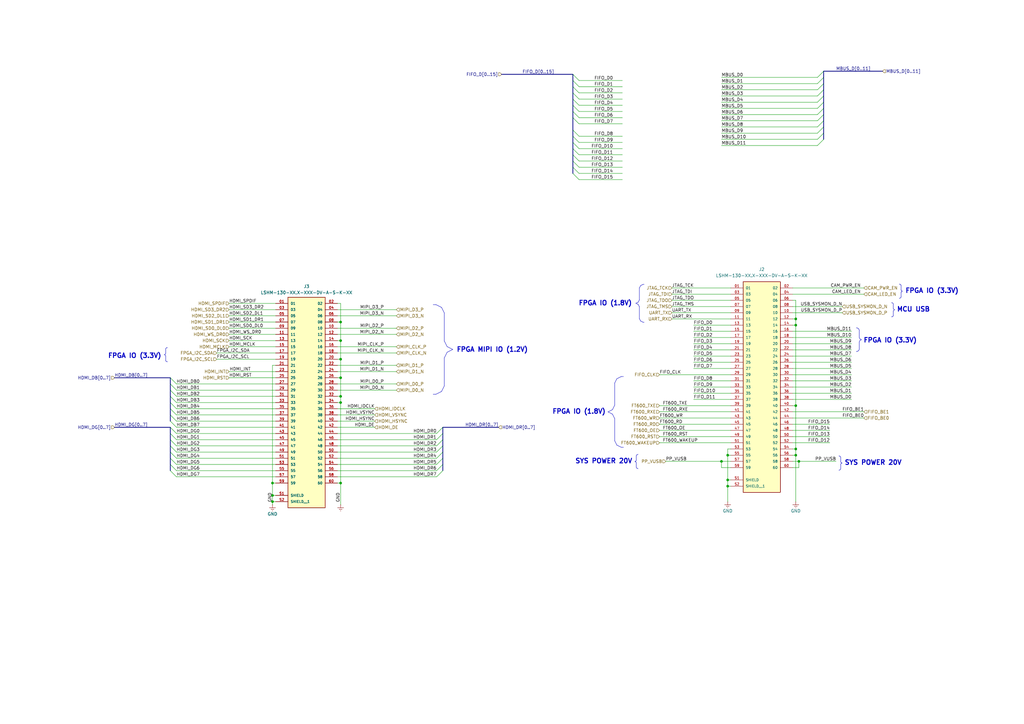
<source format=kicad_sch>
(kicad_sch (version 20231120) (generator "eeschema") (generator_version "8.0")
  (paper "A3")
  (title_block (title "Board to Board Connectors") (date "2024-10-14") (rev "2.0") (company "Drexel University") (comment 1 "Designed by John Hofmeyr"))
  (lib_symbols
    (symbol "IO_Module:LSHM-130-XX.X-XXX-DV-A-S-K-XX" (pin_names (offset 1.016))
      (property "Reference" "J" (at -7.62 43.942 0))
      (property "Value" "LSHM-130-XX.X-XXX-DV-A-S-K-XX" (at -7.62 -45.72 0))
      (symbol "LSHM-130-XX.X-XXX-DV-A-S-K-XX_0_0"
        (rectangle (start -7.62 -43.18) (end 7.62 43.18) (stroke (width 0.254)) (fill (type background)))
        (pin passive line (at -12.7 40.64 0) (length 5.08) (name "01") (number "01"))
        (pin passive line (at 12.7 40.64 180) (length 5.08) (name "02") (number "02"))
        (pin passive line (at -12.7 38.1 0) (length 5.08) (name "03") (number "03"))
        (pin passive line (at 12.7 38.1 180) (length 5.08) (name "04") (number "04"))
        (pin passive line (at -12.7 35.56 0) (length 5.08) (name "05") (number "05"))
        (pin passive line (at 12.7 35.56 180) (length 5.08) (name "06") (number "06"))
        (pin passive line (at -12.7 33.02 0) (length 5.08) (name "07") (number "07"))
        (pin passive line (at 12.7 33.02 180) (length 5.08) (name "08") (number "08"))
        (pin passive line (at -12.7 30.48 0) (length 5.08) (name "09") (number "09"))
        (pin passive line (at 12.7 30.48 180) (length 5.08) (name "10") (number "10"))
        (pin passive line (at -12.7 27.94 0) (length 5.08) (name "11") (number "11"))
        (pin passive line (at 12.7 27.94 180) (length 5.08) (name "12") (number "12"))
        (pin passive line (at -12.7 25.4 0) (length 5.08) (name "13") (number "13"))
        (pin passive line (at 12.7 25.4 180) (length 5.08) (name "14") (number "14"))
        (pin passive line (at -12.7 22.86 0) (length 5.08) (name "15") (number "15"))
        (pin passive line (at 12.7 22.86 180) (length 5.08) (name "16") (number "16"))
        (pin passive line (at -12.7 20.32 0) (length 5.08) (name "17") (number "17"))
        (pin passive line (at 12.7 20.32 180) (length 5.08) (name "18") (number "18"))
        (pin passive line (at -12.7 17.78 0) (length 5.08) (name "19") (number "19"))
        (pin passive line (at 12.7 17.78 180) (length 5.08) (name "20") (number "20"))
        (pin passive line (at -12.7 15.24 0) (length 5.08) (name "21") (number "21"))
        (pin passive line (at 12.7 15.24 180) (length 5.08) (name "22") (number "22"))
        (pin passive line (at -12.7 12.7 0) (length 5.08) (name "23") (number "23"))
        (pin passive line (at 12.7 12.7 180) (length 5.08) (name "24") (number "24"))
        (pin passive line (at -12.7 10.16 0) (length 5.08) (name "25") (number "25"))
        (pin passive line (at 12.7 10.16 180) (length 5.08) (name "26") (number "26"))
        (pin passive line (at -12.7 7.62 0) (length 5.08) (name "27") (number "27"))
        (pin passive line (at 12.7 7.62 180) (length 5.08) (name "28") (number "28"))
        (pin passive line (at -12.7 5.08 0) (length 5.08) (name "29") (number "29"))
        (pin passive line (at 12.7 5.08 180) (length 5.08) (name "30") (number "30"))
        (pin passive line (at -12.7 2.54 0) (length 5.08) (name "31") (number "31"))
        (pin passive line (at 12.7 2.54 180) (length 5.08) (name "32") (number "32"))
        (pin passive line (at -12.7 0 0) (length 5.08) (name "33") (number "33"))
        (pin passive line (at 12.7 0 180) (length 5.08) (name "34") (number "34"))
        (pin passive line (at -12.7 -2.54 0) (length 5.08) (name "35") (number "35"))
        (pin passive line (at 12.7 -2.54 180) (length 5.08) (name "36") (number "36"))
        (pin passive line (at -12.7 -5.08 0) (length 5.08) (name "37") (number "37"))
        (pin passive line (at 12.7 -5.08 180) (length 5.08) (name "38") (number "38"))
        (pin passive line (at -12.7 -7.62 0) (length 5.08) (name "39") (number "39"))
        (pin passive line (at 12.7 -7.62 180) (length 5.08) (name "40") (number "40"))
        (pin passive line (at -12.7 -10.16 0) (length 5.08) (name "41") (number "41"))
        (pin passive line (at 12.7 -10.16 180) (length 5.08) (name "42") (number "42"))
        (pin passive line (at -12.7 -12.7 0) (length 5.08) (name "43") (number "43"))
        (pin passive line (at 12.7 -12.7 180) (length 5.08) (name "44") (number "44"))
        (pin passive line (at -12.7 -15.24 0) (length 5.08) (name "45") (number "45"))
        (pin passive line (at 12.7 -15.24 180) (length 5.08) (name "46") (number "46"))
        (pin passive line (at -12.7 -17.78 0) (length 5.08) (name "47") (number "47"))
        (pin passive line (at 12.7 -17.78 180) (length 5.08) (name "48") (number "48"))
        (pin passive line (at -12.7 -20.32 0) (length 5.08) (name "49") (number "49"))
        (pin passive line (at 12.7 -20.32 180) (length 5.08) (name "50") (number "50"))
        (pin passive line (at -12.7 -22.86 0) (length 5.08) (name "51") (number "51"))
        (pin passive line (at 12.7 -22.86 180) (length 5.08) (name "52") (number "52"))
        (pin passive line (at -12.7 -25.4 0) (length 5.08) (name "53") (number "53"))
        (pin passive line (at 12.7 -25.4 180) (length 5.08) (name "54") (number "54"))
        (pin passive line (at -12.7 -27.94 0) (length 5.08) (name "55") (number "55"))
        (pin passive line (at 12.7 -27.94 180) (length 5.08) (name "56") (number "56"))
        (pin passive line (at -12.7 -30.48 0) (length 5.08) (name "57") (number "57"))
        (pin passive line (at 12.7 -30.48 180) (length 5.08) (name "58") (number "58"))
        (pin passive line (at -12.7 -33.02 0) (length 5.08) (name "59") (number "59"))
        (pin passive line (at 12.7 -33.02 180) (length 5.08) (name "60") (number "60"))
        (pin passive line (at -12.7 -38.1 0) (length 5.08) (name "SHIELD") (number "S1"))
        (pin passive line (at -12.7 -40.64 0) (length 5.08) (name "SHIELD__1") (number "S2"))
      )
    )
    (symbol "power:GND" (power) (pin_numbers hide) (pin_names (offset 0) hide)
      (property "Value" "GND" (at 0 -3.81 0))
      (symbol "GND_0_1"
        (polyline (pts (xy -0.635 -1.905) (xy 0.635 -1.905)))
        (polyline (pts (xy -0.127 -2.54) (xy 0.127 -2.54)))
        (polyline (pts (xy 0 -1.27) (xy 0 0)))
        (polyline (pts (xy 1.27 -1.27) (xy -1.27 -1.27)))
      )
      (symbol "GND_1_1"
        (pin power_in line (at 0 0 270) (length 0) (name "~") (number "1"))
      )
    )
  )
  (junction (at 139.7 154.94))
  (junction (at 139.7 147.32))
  (junction (at 298.45 199.39))
  (junction (at 326.39 130.81))
  (junction (at 139.7 132.08))
  (junction (at 326.39 133.35))
  (junction (at 327.66 189.23))
  (junction (at 139.7 165.1))
  (junction (at 111.76 205.74))
  (junction (at 139.7 162.56))
  (junction (at 326.39 186.69))
  (junction (at 139.7 198.12))
  (junction (at 326.39 166.37))
  (junction (at 298.45 196.85))
  (junction (at 295.91 189.23))
  (junction (at 111.76 198.12))
  (junction (at 326.39 184.15))
  (junction (at 139.7 139.7))
  (junction (at 111.76 203.2))
  (junction (at 298.45 186.69))
  (bus_entry (at 181.61 185.42) (size -2.54 2.54))
  (bus_entry (at 69.85 172.72) (size 2.54 2.54))
  (bus_entry (at 237.49 48.26) (size -2.54 -2.54))
  (bus_entry (at 237.49 68.58) (size -2.54 -2.54))
  (bus_entry (at 335.28 41.91) (size 2.54 -2.54))
  (bus_entry (at 237.49 60.96) (size -2.54 -2.54))
  (bus_entry (at 181.61 193.04) (size -2.54 2.54))
  (bus_entry (at 69.85 162.56) (size 2.54 2.54))
  (bus_entry (at 237.49 50.8) (size -2.54 -2.54))
  (bus_entry (at 335.28 44.45) (size 2.54 -2.54))
  (bus_entry (at 181.61 187.96) (size -2.54 2.54))
  (bus_entry (at 69.85 157.48) (size 2.54 2.54))
  (bus_entry (at 69.85 182.88) (size 2.54 2.54))
  (bus_entry (at 69.85 175.26) (size 2.54 2.54))
  (bus_entry (at 335.28 59.69) (size 2.54 -2.54))
  (bus_entry (at 181.61 175.26) (size -2.54 2.54))
  (bus_entry (at 237.49 45.72) (size -2.54 -2.54))
  (bus_entry (at 335.28 46.99) (size 2.54 -2.54))
  (bus_entry (at 335.28 39.37) (size 2.54 -2.54))
  (bus_entry (at 69.85 177.8) (size 2.54 2.54))
  (bus_entry (at 69.85 154.94) (size 2.54 2.54))
  (bus_entry (at 335.28 52.07) (size 2.54 -2.54))
  (bus_entry (at 69.85 180.34) (size 2.54 2.54))
  (bus_entry (at 237.49 43.18) (size -2.54 -2.54))
  (bus_entry (at 237.49 71.12) (size -2.54 -2.54))
  (bus_entry (at 69.85 170.18) (size 2.54 2.54))
  (bus_entry (at 69.85 165.1) (size 2.54 2.54))
  (bus_entry (at 69.85 190.5) (size 2.54 2.54))
  (bus_entry (at 237.49 73.66) (size -2.54 -2.54))
  (bus_entry (at 69.85 160.02) (size 2.54 2.54))
  (bus_entry (at 181.61 182.88) (size -2.54 2.54))
  (bus_entry (at 237.49 38.1) (size -2.54 -2.54))
  (bus_entry (at 237.49 40.64) (size -2.54 -2.54))
  (bus_entry (at 237.49 33.02) (size -2.54 -2.54))
  (bus_entry (at 69.85 167.64) (size 2.54 2.54))
  (bus_entry (at 181.61 180.34) (size -2.54 2.54))
  (bus_entry (at 237.49 66.04) (size -2.54 -2.54))
  (bus_entry (at 237.49 63.5) (size -2.54 -2.54))
  (bus_entry (at 181.61 177.8) (size -2.54 2.54))
  (bus_entry (at 181.61 190.5) (size -2.54 2.54))
  (bus_entry (at 69.85 193.04) (size 2.54 2.54))
  (bus_entry (at 335.28 49.53) (size 2.54 -2.54))
  (bus_entry (at 335.28 54.61) (size 2.54 -2.54))
  (bus_entry (at 237.49 58.42) (size -2.54 -2.54))
  (bus_entry (at 335.28 36.83) (size 2.54 -2.54))
  (bus_entry (at 237.49 55.88) (size -2.54 -2.54))
  (bus_entry (at 237.49 35.56) (size -2.54 -2.54))
  (bus_entry (at 335.28 57.15) (size 2.54 -2.54))
  (bus_entry (at 69.85 185.42) (size 2.54 2.54))
  (bus_entry (at 69.85 187.96) (size 2.54 2.54))
  (bus_entry (at 335.28 31.75) (size 2.54 -2.54))
  (bus_entry (at 335.28 34.29) (size 2.54 -2.54))
  (bus (pts (xy 234.95 33.02) (xy 234.95 30.48)))
  (wire (pts (xy 326.39 186.69) (xy 326.39 205.74)))
  (wire (pts (xy 284.48 138.43) (xy 299.72 138.43)))
  (wire (pts (xy 255.27 48.26) (xy 237.49 48.26)))
  (wire (pts (xy 299.72 171.45) (xy 270.51 171.45)))
  (wire (pts (xy 284.48 140.97) (xy 299.72 140.97)))
  (wire (pts (xy 325.12 191.77) (xy 327.66 191.77)))
  (wire (pts (xy 354.33 118.11) (xy 325.12 118.11)))
  (bus (pts (xy 337.82 49.53) (xy 337.82 46.99)))
  (wire (pts (xy 139.7 154.94) (xy 139.7 162.56)))
  (bus (pts (xy 337.82 39.37) (xy 337.82 36.83)))
  (wire (pts (xy 138.43 147.32) (xy 139.7 147.32)))
  (wire (pts (xy 138.43 134.62) (xy 162.56 134.62)))
  (wire (pts (xy 295.91 189.23) (xy 299.72 189.23)))
  (bus (pts (xy 69.85 180.34) (xy 69.85 177.8)))
  (wire (pts (xy 72.39 170.18) (xy 113.03 170.18)))
  (bus (pts (xy 181.61 182.88) (xy 181.61 180.34)))
  (bus (pts (xy 234.95 55.88) (xy 234.95 53.34)))
  (wire (pts (xy 326.39 184.15) (xy 326.39 186.69)))
  (wire (pts (xy 179.07 187.96) (xy 138.43 187.96)))
  (wire (pts (xy 270.51 168.91) (xy 299.72 168.91)))
  (wire (pts (xy 93.98 154.94) (xy 113.03 154.94)))
  (wire (pts (xy 179.07 185.42) (xy 138.43 185.42)))
  (wire (pts (xy 325.12 130.81) (xy 326.39 130.81)))
  (wire (pts (xy 325.12 128.27) (xy 345.44 128.27)))
  (wire (pts (xy 326.39 123.19) (xy 326.39 130.81)))
  (wire (pts (xy 354.33 168.91) (xy 325.12 168.91)))
  (wire (pts (xy 138.43 149.86) (xy 162.56 149.86)))
  (wire (pts (xy 284.48 143.51) (xy 299.72 143.51)))
  (wire (pts (xy 138.43 144.78) (xy 162.56 144.78)))
  (wire (pts (xy 138.43 160.02) (xy 162.56 160.02)))
  (wire (pts (xy 255.27 73.66) (xy 237.49 73.66)))
  (bus (pts (xy 181.61 177.8) (xy 181.61 175.26)))
  (wire (pts (xy 138.43 132.08) (xy 139.7 132.08)))
  (wire (pts (xy 255.27 71.12) (xy 237.49 71.12)))
  (wire (pts (xy 325.12 135.89) (xy 349.25 135.89)))
  (wire (pts (xy 153.67 172.72) (xy 138.43 172.72)))
  (wire (pts (xy 72.39 180.34) (xy 113.03 180.34)))
  (wire (pts (xy 349.25 148.59) (xy 325.12 148.59)))
  (wire (pts (xy 255.27 68.58) (xy 237.49 68.58)))
  (wire (pts (xy 138.43 157.48) (xy 162.56 157.48)))
  (wire (pts (xy 138.43 129.54) (xy 162.56 129.54)))
  (wire (pts (xy 72.39 175.26) (xy 113.03 175.26)))
  (bus (pts (xy 337.82 44.45) (xy 337.82 41.91)))
  (bus (pts (xy 69.85 182.88) (xy 69.85 180.34)))
  (wire (pts (xy 270.51 166.37) (xy 299.72 166.37)))
  (wire (pts (xy 270.51 181.61) (xy 299.72 181.61)))
  (bus (pts (xy 181.61 190.5) (xy 181.61 187.96)))
  (bus (pts (xy 234.95 35.56) (xy 234.95 33.02)))
  (wire (pts (xy 299.72 156.21) (xy 284.48 156.21)))
  (wire (pts (xy 295.91 36.83) (xy 335.28 36.83)))
  (wire (pts (xy 275.59 120.65) (xy 299.72 120.65)))
  (wire (pts (xy 325.12 176.53) (xy 340.36 176.53)))
  (wire (pts (xy 325.12 138.43) (xy 349.25 138.43)))
  (bus (pts (xy 69.85 185.42) (xy 69.85 182.88)))
  (wire (pts (xy 325.12 166.37) (xy 326.39 166.37)))
  (bus (pts (xy 337.82 31.75) (xy 337.82 29.21)))
  (bus (pts (xy 181.61 187.96) (xy 181.61 185.42)))
  (wire (pts (xy 295.91 52.07) (xy 335.28 52.07)))
  (wire (pts (xy 327.66 191.77) (xy 327.66 189.23)))
  (wire (pts (xy 255.27 50.8) (xy 237.49 50.8)))
  (bus (pts (xy 337.82 54.61) (xy 337.82 52.07)))
  (wire (pts (xy 255.27 63.5) (xy 237.49 63.5)))
  (bus (pts (xy 69.85 187.96) (xy 69.85 185.42)))
  (wire (pts (xy 349.25 156.21) (xy 325.12 156.21)))
  (bus (pts (xy 234.95 58.42) (xy 234.95 55.88)))
  (wire (pts (xy 325.12 143.51) (xy 349.25 143.51)))
  (wire (pts (xy 179.07 193.04) (xy 138.43 193.04)))
  (wire (pts (xy 72.39 185.42) (xy 113.03 185.42)))
  (bus (pts (xy 181.61 180.34) (xy 181.61 177.8)))
  (bus (pts (xy 234.95 63.5) (xy 234.95 60.96)))
  (wire (pts (xy 275.59 130.81) (xy 299.72 130.81)))
  (wire (pts (xy 255.27 38.1) (xy 237.49 38.1)))
  (wire (pts (xy 72.39 172.72) (xy 113.03 172.72)))
  (wire (pts (xy 139.7 147.32) (xy 139.7 154.94)))
  (wire (pts (xy 298.45 196.85) (xy 298.45 186.69)))
  (wire (pts (xy 284.48 146.05) (xy 299.72 146.05)))
  (wire (pts (xy 295.91 31.75) (xy 335.28 31.75)))
  (wire (pts (xy 298.45 199.39) (xy 299.72 199.39)))
  (bus (pts (xy 181.61 193.04) (xy 181.61 190.5)))
  (wire (pts (xy 72.39 167.64) (xy 113.03 167.64)))
  (wire (pts (xy 111.76 203.2) (xy 111.76 205.74)))
  (wire (pts (xy 93.98 139.7) (xy 113.03 139.7)))
  (wire (pts (xy 325.12 189.23) (xy 327.66 189.23)))
  (bus (pts (xy 69.85 177.8) (xy 69.85 175.26)))
  (wire (pts (xy 139.7 124.46) (xy 139.7 132.08)))
  (wire (pts (xy 298.45 199.39) (xy 298.45 205.74)))
  (wire (pts (xy 179.07 182.88) (xy 138.43 182.88)))
  (bus (pts (xy 69.85 162.56) (xy 69.85 160.02)))
  (wire (pts (xy 179.07 195.58) (xy 138.43 195.58)))
  (wire (pts (xy 255.27 58.42) (xy 237.49 58.42)))
  (bus (pts (xy 46.99 175.26) (xy 69.85 175.26)))
  (wire (pts (xy 354.33 120.65) (xy 325.12 120.65)))
  (wire (pts (xy 298.45 186.69) (xy 299.72 186.69)))
  (bus (pts (xy 337.82 57.15) (xy 337.82 54.61)))
  (wire (pts (xy 138.43 154.94) (xy 139.7 154.94)))
  (wire (pts (xy 255.27 33.02) (xy 237.49 33.02)))
  (wire (pts (xy 325.12 140.97) (xy 349.25 140.97)))
  (bus (pts (xy 234.95 53.34) (xy 234.95 48.26)))
  (bus (pts (xy 234.95 68.58) (xy 234.95 66.04)))
  (wire (pts (xy 111.76 198.12) (xy 113.03 198.12)))
  (bus (pts (xy 204.47 175.26) (xy 181.61 175.26)))
  (bus (pts (xy 69.85 160.02) (xy 69.85 157.48)))
  (wire (pts (xy 325.12 179.07) (xy 340.36 179.07)))
  (wire (pts (xy 295.91 49.53) (xy 335.28 49.53)))
  (wire (pts (xy 275.59 118.11) (xy 299.72 118.11)))
  (wire (pts (xy 255.27 43.18) (xy 237.49 43.18)))
  (bus (pts (xy 46.99 154.94) (xy 69.85 154.94)))
  (wire (pts (xy 139.7 132.08) (xy 139.7 139.7)))
  (wire (pts (xy 284.48 148.59) (xy 299.72 148.59)))
  (wire (pts (xy 138.43 139.7) (xy 139.7 139.7)))
  (wire (pts (xy 255.27 35.56) (xy 237.49 35.56)))
  (wire (pts (xy 139.7 165.1) (xy 139.7 198.12)))
  (wire (pts (xy 349.25 158.75) (xy 325.12 158.75)))
  (wire (pts (xy 138.43 167.64) (xy 153.67 167.64)))
  (bus (pts (xy 69.85 167.64) (xy 69.85 165.1)))
  (wire (pts (xy 93.98 142.24) (xy 113.03 142.24)))
  (wire (pts (xy 138.43 137.16) (xy 162.56 137.16)))
  (wire (pts (xy 325.12 173.99) (xy 340.36 173.99)))
  (wire (pts (xy 139.7 162.56) (xy 139.7 165.1)))
  (wire (pts (xy 295.91 46.99) (xy 335.28 46.99)))
  (bus (pts (xy 69.85 157.48) (xy 69.85 154.94)))
  (wire (pts (xy 139.7 124.46) (xy 138.43 124.46)))
  (wire (pts (xy 72.39 187.96) (xy 113.03 187.96)))
  (bus (pts (xy 69.85 172.72) (xy 69.85 170.18)))
  (wire (pts (xy 354.33 171.45) (xy 325.12 171.45)))
  (bus (pts (xy 337.82 41.91) (xy 337.82 39.37)))
  (wire (pts (xy 111.76 205.74) (xy 111.76 207.01)))
  (wire (pts (xy 270.51 179.07) (xy 299.72 179.07)))
  (bus (pts (xy 337.82 34.29) (xy 337.82 31.75)))
  (wire (pts (xy 72.39 177.8) (xy 113.03 177.8)))
  (bus (pts (xy 181.61 185.42) (xy 181.61 182.88)))
  (wire (pts (xy 349.25 146.05) (xy 325.12 146.05)))
  (wire (pts (xy 295.91 59.69) (xy 335.28 59.69)))
  (wire (pts (xy 138.43 127) (xy 162.56 127)))
  (wire (pts (xy 93.98 132.08) (xy 113.03 132.08)))
  (wire (pts (xy 325.12 186.69) (xy 326.39 186.69)))
  (wire (pts (xy 93.98 137.16) (xy 113.03 137.16)))
  (wire (pts (xy 93.98 152.4) (xy 113.03 152.4)))
  (wire (pts (xy 111.76 203.2) (xy 113.03 203.2)))
  (wire (pts (xy 325.12 133.35) (xy 326.39 133.35)))
  (wire (pts (xy 179.07 177.8) (xy 138.43 177.8)))
  (wire (pts (xy 138.43 142.24) (xy 162.56 142.24)))
  (wire (pts (xy 72.39 182.88) (xy 113.03 182.88)))
  (bus (pts (xy 234.95 48.26) (xy 234.95 45.72)))
  (wire (pts (xy 179.07 190.5) (xy 138.43 190.5)))
  (wire (pts (xy 138.43 152.4) (xy 162.56 152.4)))
  (wire (pts (xy 295.91 191.77) (xy 299.72 191.77)))
  (wire (pts (xy 255.27 40.64) (xy 237.49 40.64)))
  (wire (pts (xy 72.39 195.58) (xy 113.03 195.58)))
  (wire (pts (xy 298.45 186.69) (xy 298.45 184.15)))
  (bus (pts (xy 337.82 46.99) (xy 337.82 44.45)))
  (wire (pts (xy 93.98 124.46) (xy 113.03 124.46)))
  (wire (pts (xy 298.45 199.39) (xy 298.45 196.85)))
  (wire (pts (xy 72.39 190.5) (xy 113.03 190.5)))
  (wire (pts (xy 275.59 123.19) (xy 299.72 123.19)))
  (bus (pts (xy 337.82 36.83) (xy 337.82 34.29)))
  (bus (pts (xy 234.95 38.1) (xy 234.95 35.56)))
  (wire (pts (xy 295.91 57.15) (xy 335.28 57.15)))
  (wire (pts (xy 93.98 134.62) (xy 113.03 134.62)))
  (bus (pts (xy 234.95 43.18) (xy 234.95 40.64)))
  (wire (pts (xy 72.39 165.1) (xy 113.03 165.1)))
  (wire (pts (xy 349.25 151.13) (xy 325.12 151.13)))
  (wire (pts (xy 139.7 198.12) (xy 139.7 207.01)))
  (bus (pts (xy 337.82 52.07) (xy 337.82 49.53)))
  (wire (pts (xy 349.25 163.83) (xy 325.12 163.83)))
  (bus (pts (xy 234.95 45.72) (xy 234.95 43.18)))
  (wire (pts (xy 270.51 153.67) (xy 299.72 153.67)))
  (bus (pts (xy 69.85 165.1) (xy 69.85 162.56)))
  (wire (pts (xy 299.72 161.29) (xy 284.48 161.29)))
  (wire (pts (xy 349.25 161.29) (xy 325.12 161.29)))
  (wire (pts (xy 273.05 189.23) (xy 295.91 189.23)))
  (wire (pts (xy 93.98 129.54) (xy 113.03 129.54)))
  (wire (pts (xy 139.7 139.7) (xy 139.7 147.32)))
  (wire (pts (xy 111.76 205.74) (xy 113.03 205.74)))
  (bus (pts (xy 234.95 30.48) (xy 205.74 30.48)))
  (bus (pts (xy 69.85 170.18) (xy 69.85 167.64)))
  (wire (pts (xy 72.39 160.02) (xy 113.03 160.02)))
  (wire (pts (xy 138.43 162.56) (xy 139.7 162.56)))
  (wire (pts (xy 299.72 163.83) (xy 284.48 163.83)))
  (wire (pts (xy 275.59 128.27) (xy 299.72 128.27)))
  (bus (pts (xy 234.95 40.64) (xy 234.95 38.1)))
  (wire (pts (xy 275.59 125.73) (xy 299.72 125.73)))
  (bus (pts (xy 234.95 60.96) (xy 234.95 58.42)))
  (wire (pts (xy 295.91 54.61) (xy 335.28 54.61)))
  (wire (pts (xy 284.48 151.13) (xy 299.72 151.13)))
  (wire (pts (xy 111.76 149.86) (xy 113.03 149.86)))
  (wire (pts (xy 93.98 127) (xy 113.03 127)))
  (wire (pts (xy 284.48 135.89) (xy 299.72 135.89)))
  (wire (pts (xy 179.07 180.34) (xy 138.43 180.34)))
  (wire (pts (xy 295.91 34.29) (xy 335.28 34.29)))
  (wire (pts (xy 284.48 133.35) (xy 299.72 133.35)))
  (wire (pts (xy 138.43 165.1) (xy 139.7 165.1)))
  (bus (pts (xy 234.95 71.12) (xy 234.95 68.58)))
  (wire (pts (xy 295.91 44.45) (xy 335.28 44.45)))
  (wire (pts (xy 326.39 166.37) (xy 326.39 184.15)))
  (wire (pts (xy 325.12 181.61) (xy 340.36 181.61)))
  (wire (pts (xy 295.91 191.77) (xy 295.91 189.23)))
  (wire (pts (xy 111.76 149.86) (xy 111.76 198.12)))
  (wire (pts (xy 326.39 130.81) (xy 326.39 133.35)))
  (wire (pts (xy 88.9 144.78) (xy 113.03 144.78)))
  (wire (pts (xy 325.12 184.15) (xy 326.39 184.15)))
  (wire (pts (xy 295.91 41.91) (xy 335.28 41.91)))
  (wire (pts (xy 72.39 162.56) (xy 113.03 162.56)))
  (wire (pts (xy 255.27 45.72) (xy 237.49 45.72)))
  (bus (pts (xy 234.95 66.04) (xy 234.95 63.5)))
  (wire (pts (xy 298.45 184.15) (xy 299.72 184.15)))
  (wire (pts (xy 298.45 196.85) (xy 299.72 196.85)))
  (wire (pts (xy 255.27 66.04) (xy 237.49 66.04)))
  (wire (pts (xy 72.39 157.48) (xy 113.03 157.48)))
  (wire (pts (xy 299.72 158.75) (xy 284.48 158.75)))
  (bus (pts (xy 69.85 193.04) (xy 69.85 190.5)))
  (wire (pts (xy 88.9 147.32) (xy 113.03 147.32)))
  (wire (pts (xy 153.67 170.18) (xy 138.43 170.18)))
  (wire (pts (xy 72.39 193.04) (xy 113.03 193.04)))
  (wire (pts (xy 111.76 198.12) (xy 111.76 203.2)))
  (wire (pts (xy 325.12 125.73) (xy 345.44 125.73)))
  (bus (pts (xy 337.82 29.21) (xy 361.95 29.21)))
  (wire (pts (xy 325.12 123.19) (xy 326.39 123.19)))
  (bus (pts (xy 69.85 190.5) (xy 69.85 187.96)))
  (wire (pts (xy 326.39 133.35) (xy 326.39 166.37)))
  (wire (pts (xy 327.66 189.23) (xy 342.9 189.23)))
  (wire (pts (xy 270.51 176.53) (xy 299.72 176.53)))
  (wire (pts (xy 299.72 173.99) (xy 270.51 173.99)))
  (wire (pts (xy 153.67 175.26) (xy 138.43 175.26)))
  (wire (pts (xy 349.25 153.67) (xy 325.12 153.67)))
  (wire (pts (xy 255.27 55.88) (xy 237.49 55.88)))
  (wire (pts (xy 295.91 39.37) (xy 335.28 39.37)))
  (wire (pts (xy 255.27 60.96) (xy 237.49 60.96)))
  (wire (pts (xy 138.43 198.12) (xy 139.7 198.12)))
  (text "}" (at 366.395 127 0) (effects (font (size 3.81 3.81))))
  (text "{" (at 260.985 189.23 0) (effects (font (size 3.81 3.81))))
  (text "}" (at 344.805 189.865 0) (effects (font (size 3.81 3.81))))
  (text "{\n" (at 252.095 167.64 0) (effects (font (size 19.05 19.05))))
  (text "FPGA IO (1.8V)" (at 237.49 168.91 0) (effects (font (size 1.905 1.905) (bold yes))))
  (text "FPGA IO (3.3V)" (at 382.27 119.38 0) (effects (font (size 1.905 1.905) (bold yes))))
  (text "}" (at 182.245 141.605 0) (effects (font (size 24.13 24.13))))
  (text "}" (at 369.57 119.38 0) (effects (font (size 3.81 3.81))))
  (text "FPGA IO (1.8V)" (at 248.285 124.46 0) (effects (font (size 1.905 1.905) (bold yes))))
  (text "SYS POWER 20V" (at 247.65 189.23 0) (effects (font (size 1.905 1.905) (bold yes))))
  (text "{\n" (at 262.255 123.825 0) (effects (font (size 10.16 10.16))))
  (text "{\n" (at 67.945 145.415 0) (effects (font (size 3.81 3.81))))
  (text "}" (at 352.425 139.065 0) (effects (font (size 6.35 6.35))))
  (text "FPGA IO (3.3V)" (at 55.245 146.05 0) (effects (font (size 1.905 1.905) (bold yes))))
  (text "FPGA MIPI IO (1.2V)" (at 201.93 143.51 0) (effects (font (size 1.905 1.905) (bold yes))))
  (text "MCU USB" (at 374.65 127 0) (effects (font (size 1.905 1.905) (bold yes))))
  (text "SYS POWER 20V" (at 358.14 189.865 0) (effects (font (size 1.905 1.905) (bold yes))))
  (text "FPGA IO (3.3V)" (at 365.125 139.7 0) (effects (font (size 1.905 1.905) (bold yes))))
  (label "FT600_RXE" (at 271.78 168.91 0))
  (label "HDMI_RST" (at 93.98 154.94 0))
  (label "FIFO_BE0" (at 354.33 171.45 180))
  (label "HDMI_DB5" (at 72.39 170.18 0))
  (label "MBUS_D8" (at 295.91 52.07 0))
  (label "HDMI_DG1" (at 72.39 180.34 0))
  (label "FIFO_D10" (at 251.46 60.96 180))
  (label "FPGA_I2C_SCL" (at 88.9 147.32 0))
  (label "JTAG_TDI" (at 275.59 120.65 0))
  (label "JTAG_TCK" (at 275.59 118.11 0))
  (label "MIPI_D3_P" (at 157.48 127 180))
  (label "GND" (at 139.7 201.93 270))
  (label "MBUS_D1" (at 349.25 161.29 180))
  (label "MBUS_D4" (at 349.25 153.67 180))
  (label "HDMI_DR1" (at 179.07 180.34 180))
  (label "FIFO_D9" (at 251.46 58.42 180))
  (label "PP_VUSB" (at 342.9 189.23 180))
  (label "MIPI_D1_P" (at 157.48 149.86 180))
  (label "HDMI_DB[0..7]" (at 46.99 154.94 0))
  (label "HDMI_DG[0..7]" (at 46.99 175.26 0))
  (label "MBUS_D6" (at 349.25 148.59 180))
  (label "USB_SYSMON_D_P" (at 345.44 128.27 180))
  (label "HDMI_VSYNC" (at 153.67 170.18 180))
  (label "HDMI_DG4" (at 72.39 187.96 0))
  (label "FIFO_D3" (at 284.48 140.97 0))
  (label "FIFO_D0" (at 284.48 133.35 0))
  (label "HDMI_SD0_DL0" (at 93.98 134.62 0))
  (label "HDMI_DG7" (at 72.39 195.58 0))
  (label "HDMI_SD1_DR1" (at 93.98 132.08 0))
  (label "MBUS_D5" (at 295.91 44.45 0))
  (label "HDMI_DG0" (at 72.39 177.8 0))
  (label "MBUS_D0" (at 349.25 163.83 180))
  (label "PP_VUSB" (at 273.05 189.23 0))
  (label "HDMI_DR5" (at 179.07 190.5 180))
  (label "JTAG_TMS" (at 275.59 125.73 0))
  (label "FIFO_D12" (at 251.46 66.04 180))
  (label "FIFO_D5" (at 284.48 146.05 0))
  (label "MBUS_D0" (at 295.91 31.75 0))
  (label "MBUS_D7" (at 349.25 146.05 180))
  (label "MBUS_D9" (at 295.91 54.61 0))
  (label "HDMI_MCLK" (at 93.98 142.24 0))
  (label "HDMI_WS_DR0" (at 93.98 137.16 0))
  (label "MBUS_D9" (at 349.25 140.97 180))
  (label "FIFO_BE1" (at 354.33 168.91 180))
  (label "MBUS_D10" (at 349.25 138.43 180))
  (label "FIFO_D2" (at 251.46 38.1 180))
  (label "FIFO_D1" (at 251.46 35.56 180))
  (label "MBUS_D11" (at 295.91 59.69 0))
  (label "HDMI_INT" (at 102.87 152.4 180))
  (label "MIPI_D0_N" (at 157.48 160.02 180))
  (label "MIPI_D2_N" (at 157.48 137.16 180))
  (label "FIFO_D4" (at 284.48 143.51 0))
  (label "MBUS_D5" (at 349.25 151.13 180))
  (label "HDMI_DE" (at 153.67 175.26 180))
  (label "FIFO_D9" (at 284.48 158.75 0))
  (label "HDMI_DR2" (at 179.07 182.88 180))
  (label "FIFO_D13" (at 251.46 68.58 180))
  (label "MBUS_D2" (at 295.91 36.83 0))
  (label "MBUS_D4" (at 295.91 41.91 0))
  (label "FIFO_D15" (at 340.36 173.99 180))
  (label "HDMI_DR[0..7]" (at 204.47 175.26 180))
  (label "USB_SYSMON_D_N" (at 345.44 125.73 180))
  (label "MIPI_D1_N" (at 157.48 152.4 180))
  (label "FPGA_I2C_SDA" (at 88.9 144.78 0))
  (label "HDMI_DB4" (at 72.39 167.64 0))
  (label "JTAG_TDO" (at 275.59 123.19 0))
  (label "FIFO_D11" (at 251.46 63.5 180))
  (label "HDMI_DR7" (at 179.07 195.58 180))
  (label "FIFO_D13" (at 340.36 179.07 180))
  (label "MBUS_D[0..11]" (at 342.9 29.21 0))
  (label "HDMI_DR4" (at 179.07 187.96 180))
  (label "FIFO_D7" (at 251.46 50.8 180))
  (label "FIFO_D14" (at 340.36 176.53 180))
  (label "FIFO_D8" (at 251.46 55.88 180))
  (label "CAM_LED_EN" (at 353.06 120.65 180))
  (label "HDMI_DB2" (at 72.39 162.56 0))
  (label "GND" (at 111.76 201.93 270))
  (label "FIFO_D8" (at 284.48 156.21 0))
  (label "MBUS_D10" (at 295.91 57.15 0))
  (label "FIFO_D7" (at 284.48 151.13 0))
  (label "FIFO_D5" (at 251.46 45.72 180))
  (label "FIFO_D[0..15]" (at 227.33 30.48 180))
  (label "MBUS_D6" (at 295.91 46.99 0))
  (label "HDMI_DB6" (at 72.39 172.72 0))
  (label "HDMI_DR0" (at 179.07 177.8 180))
  (label "MBUS_D1" (at 295.91 34.29 0))
  (label "FIFO_D4" (at 251.46 43.18 180))
  (label "HDMI_HSYNC" (at 153.67 172.72 180))
  (label "HDMI_DB0" (at 72.39 157.48 0))
  (label "FIFO_D15" (at 251.46 73.66 180))
  (label "HDMI_DG5" (at 72.39 190.5 0))
  (label "HDMI_DG6" (at 72.39 193.04 0))
  (label "HDMI_DR6" (at 179.07 193.04 180))
  (label "MBUS_D8" (at 349.25 143.51 180))
  (label "MBUS_D3" (at 349.25 156.21 180))
  (label "MBUS_D2" (at 349.25 158.75 180))
  (label "MBUS_D7" (at 295.91 49.53 0))
  (label "FIFO_D0" (at 251.46 33.02 180))
  (label "HDMI_IDCLK" (at 153.67 167.64 180))
  (label "FIFO_D1" (at 284.48 135.89 0))
  (label "FT600_OE" (at 271.78 176.53 0))
  (label "HDMI_SPDIF" (at 93.98 124.46 0))
  (label "HDMI_DB3" (at 72.39 165.1 0))
  (label "HDMI_DG3" (at 72.39 185.42 0))
  (label "FIFO_D2" (at 284.48 138.43 0))
  (label "FT600_RD" (at 270.51 173.99 0))
  (label "HDMI_SD3_DR2" (at 93.98 127 0))
  (label "MIPI_D0_P" (at 157.48 157.48 180))
  (label "FT600_TXE" (at 271.78 166.37 0))
  (label "MIPI_CLK_P" (at 157.48 142.24 180))
  (label "FT600_RST" (at 271.78 179.07 0))
  (label "HDMI_DG2" (at 72.39 182.88 0))
  (label "FIFO_CLK" (at 270.51 153.67 0))
  (label "FIFO_D11" (at 284.48 163.83 0))
  (label "HDMI_SCK" (at 93.98 139.7 0))
  (label "FT600_WR" (at 270.51 171.45 0))
  (label "MIPI_D2_P" (at 157.48 134.62 180))
  (label "FIFO_D10" (at 284.48 161.29 0))
  (label "FIFO_D12" (at 340.36 181.61 180))
  (label "MBUS_D3" (at 295.91 39.37 0))
  (label "FT600_WAKEUP" (at 271.78 181.61 0))
  (label "CAM_PWR_EN" (at 353.06 118.11 180))
  (label "HDMI_DB1" (at 72.39 160.02 0))
  (label "MBUS_D11" (at 349.25 135.89 180))
  (label "FIFO_D3" (at 251.46 40.64 180))
  (label "FIFO_D6" (at 251.46 48.26 180))
  (label "MIPI_D3_N" (at 157.48 129.54 180))
  (label "UART_TX" (at 275.59 128.27 0))
  (label "HDMI_DR3" (at 179.07 185.42 180))
  (label "FIFO_D14" (at 251.46 71.12 180))
  (label "FIFO_D6" (at 284.48 148.59 0))
  (label "HDMI_SD2_DL1" (at 93.98 129.54 0))
  (label "UART_RX" (at 275.59 130.81 0))
  (label "HDMI_DB7" (at 72.39 175.26 0))
  (label "MIPI_CLK_N" (at 157.48 144.78 180))
  (hierarchical_label "MIPI_D0_N" (shape input) (at 162.56 160.02 0))
  (hierarchical_label "JTAG_TCK" (shape input) (at 275.59 118.11 180))
  (hierarchical_label "UART_RX" (shape input) (at 275.59 130.81 180))
  (hierarchical_label "MIPI_D3_N" (shape input) (at 162.56 129.54 0))
  (hierarchical_label "FT600_WAKEUP" (shape input) (at 270.51 181.61 180))
  (hierarchical_label "FIFO_D[0..15]" (shape input) (at 205.74 30.48 180))
  (hierarchical_label "MIPI_CLK_N" (shape input) (at 162.56 144.78 0))
  (hierarchical_label "MIPI_D3_P" (shape input) (at 162.56 127 0))
  (hierarchical_label "HDMI_SD1_DR1" (shape input) (at 93.98 132.08 180))
  (hierarchical_label "MIPI_D2_N" (shape input) (at 162.56 137.16 0))
  (hierarchical_label "HDMI_DR[0..7]" (shape input) (at 204.47 175.26 0))
  (hierarchical_label "HDMI_INT" (shape input) (at 93.98 152.4 180))
  (hierarchical_label "HDMI_WS_DR0" (shape input) (at 93.98 137.16 180))
  (hierarchical_label "HDMI_IDCLK" (shape input) (at 153.67 167.64 0))
  (hierarchical_label "MIPI_D1_N" (shape input) (at 162.56 152.4 0))
  (hierarchical_label "FT600_OE" (shape input) (at 270.51 176.53 180))
  (hierarchical_label "FT600_TXE" (shape input) (at 270.51 166.37 180))
  (hierarchical_label "FPGA_I2C_SDA" (shape input) (at 88.9 144.78 180))
  (hierarchical_label "MIPI_D2_P" (shape input) (at 162.56 134.62 0))
  (hierarchical_label "FIFO_BE1" (shape input) (at 354.33 168.91 0))
  (hierarchical_label "USB_SYSMON_D_N" (shape input) (at 345.44 125.73 0))
  (hierarchical_label "HDMI_VSYNC" (shape input) (at 153.67 170.18 0))
  (hierarchical_label "HDMI_SD0_DL0" (shape input) (at 93.98 134.62 180))
  (hierarchical_label "PP_VUSB" (shape input) (at 273.05 189.23 180))
  (hierarchical_label "FPGA_I2C_SCL" (shape input) (at 88.9 147.32 180))
  (hierarchical_label "HDMI_RST" (shape input) (at 93.98 154.94 180))
  (hierarchical_label "JTAG_TDO" (shape input) (at 275.59 123.19 180))
  (hierarchical_label "USB_SYSMON_D_P" (shape input) (at 345.44 128.27 0))
  (hierarchical_label "UART_TX" (shape input) (at 275.59 128.27 180))
  (hierarchical_label "HDMI_SPDIF" (shape input) (at 93.98 124.46 180))
  (hierarchical_label "HDMI_SD2_DL1" (shape input) (at 93.98 129.54 180))
  (hierarchical_label "HDMI_DB[0..7]" (shape input) (at 46.99 154.94 180))
  (hierarchical_label "HDMI_DG[0..7]" (shape input) (at 46.99 175.26 180))
  (hierarchical_label "FIFO_CLK" (shape input) (at 270.51 153.67 180))
  (hierarchical_label "HDMI_SD3_DR2" (shape input) (at 93.98 127 180))
  (hierarchical_label "CAM_LED_EN" (shape input) (at 354.33 120.65 0))
  (hierarchical_label "HDMI_MCLK" (shape input) (at 93.98 142.24 180))
  (hierarchical_label "MBUS_D[0..11]" (shape input) (at 361.95 29.21 0))
  (hierarchical_label "HDMI_SCK" (shape input) (at 93.98 139.7 180))
  (hierarchical_label "MIPI_D1_P" (shape input) (at 162.56 149.86 0))
  (hierarchical_label "FT600_RST" (shape input) (at 270.51 179.07 180))
  (hierarchical_label "JTAG_TMS" (shape input) (at 275.59 125.73 180))
  (hierarchical_label "MIPI_D0_P" (shape input) (at 162.56 157.48 0))
  (hierarchical_label "MIPI_CLK_P" (shape input) (at 162.56 142.24 0))
  (hierarchical_label "HDMI_DE" (shape input) (at 153.67 175.26 0))
  (hierarchical_label "CAM_PWR_EN" (shape input) (at 354.33 118.11 0))
  (hierarchical_label "FT600_RD" (shape input) (at 270.51 173.99 180))
  (hierarchical_label "FT600_WR" (shape input) (at 270.51 171.45 180))
  (hierarchical_label "FT600_RXE" (shape input) (at 270.51 168.91 180))
  (hierarchical_label "HDMI_HSYNC" (shape input) (at 153.67 172.72 0))
  (hierarchical_label "JTAG_TDI" (shape input) (at 275.59 120.65 180))
  (hierarchical_label "FIFO_BE0" (shape input) (at 354.33 171.45 0))
  (symbol (lib_id "IO_Module:LSHM-130-XX.X-XXX-DV-A-S-K-XX") (at 125.73 165.1 0) (unit 1)
    (property "Reference" "J3" (at 125.73 117.475 0))
    (property "Value" "LSHM-130-XX.X-XXX-DV-A-S-K-XX" (at 125.73 120.015 0))
    (property "Footprint" "IO_Module:SAMTEC_LSHM-130-XX.X-XXX-DV-A-S-K-XX" (effects (hide yes)))
    (property "Datasheet" "https://mm.digikey.com/Volume0/opasdata/d220001/medias/docus/6129/lshm-1xx-xx.x-xxx-dv-a-x-x-xx-mkt.pdf" (effects (hide yes)))
    (property "PARTREV" "G" (effects (hide yes)))
    (property "STANDARD" "Manufacturer Recommendations" (effects (hide yes)))
    (property "MANUFACTURER" "Samtec" (effects (hide yes)))
  )
  (symbol (lib_id "power:GND") (at 326.39 205.74 0) (unit 1)
    (property "Reference" "#PWR0165" (effects (hide yes)))
    (property "Value" "GND" (at 326.39 209.55 0))
    (property "Description" "Power symbol creates a global label with name \"GND\" , ground" (effects (hide yes)))
  )
  (symbol (lib_id "power:GND") (at 298.45 205.74 0) (unit 1)
    (property "Reference" "#PWR0164" (effects (hide yes)))
    (property "Value" "GND" (at 298.45 209.55 0))
    (property "Description" "Power symbol creates a global label with name \"GND\" , ground" (effects (hide yes)))
  )
  (symbol (lib_id "power:GND") (at 139.7 207.01 0) (unit 1)
    (property "Reference" "#PWR0167" (effects (hide yes)))
    (property "Value" "GND" (effects (hide yes)))
    (property "Description" "Power symbol creates a global label with name \"GND\" , ground" (effects (hide yes)))
  )
  (symbol (lib_id "power:GND") (at 111.76 207.01 0) (unit 1)
    (property "Reference" "#PWR0166" (effects (hide yes)))
    (property "Value" "GND" (at 111.76 210.82 0))
    (property "Description" "Power symbol creates a global label with name \"GND\" , ground" (effects (hide yes)))
  )
  (symbol (lib_id "IO_Module:LSHM-130-XX.X-XXX-DV-A-S-K-XX") (at 312.42 158.75 0) (unit 1)
    (property "Reference" "J2" (at 312.42 110.49 0))
    (property "Value" "LSHM-130-XX.X-XXX-DV-A-S-K-XX" (at 312.42 113.03 0))
    (property "Footprint" "IO_Module:SAMTEC_LSHM-130-XX.X-XXX-DV-A-S-K-XX" (effects (hide yes)))
    (property "Datasheet" "https://mm.digikey.com/Volume0/opasdata/d220001/medias/docus/6129/lshm-1xx-xx.x-xxx-dv-a-x-x-xx-mkt.pdf" (effects (hide yes)))
    (property "PARTREV" "G" (effects (hide yes)))
    (property "STANDARD" "Manufacturer Recommendations" (effects (hide yes)))
    (property "MANUFACTURER" "Samtec" (effects (hide yes)))
  )
)
</source>
